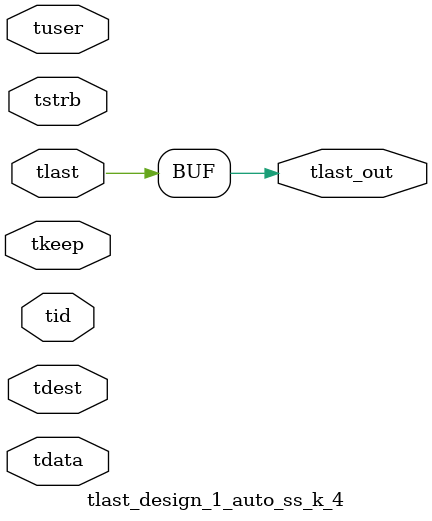
<source format=v>


`timescale 1ps/1ps

module tlast_design_1_auto_ss_k_4 #
(
parameter C_S_AXIS_TID_WIDTH   = 1,
parameter C_S_AXIS_TUSER_WIDTH = 0,
parameter C_S_AXIS_TDATA_WIDTH = 0,
parameter C_S_AXIS_TDEST_WIDTH = 0
)
(
input  [(C_S_AXIS_TID_WIDTH   == 0 ? 1 : C_S_AXIS_TID_WIDTH)-1:0       ] tid,
input  [(C_S_AXIS_TDATA_WIDTH == 0 ? 1 : C_S_AXIS_TDATA_WIDTH)-1:0     ] tdata,
input  [(C_S_AXIS_TUSER_WIDTH == 0 ? 1 : C_S_AXIS_TUSER_WIDTH)-1:0     ] tuser,
input  [(C_S_AXIS_TDEST_WIDTH == 0 ? 1 : C_S_AXIS_TDEST_WIDTH)-1:0     ] tdest,
input  [(C_S_AXIS_TDATA_WIDTH/8)-1:0 ] tkeep,
input  [(C_S_AXIS_TDATA_WIDTH/8)-1:0 ] tstrb,
input  [0:0]                                                             tlast,
output                                                                   tlast_out
);

assign tlast_out = {tlast};

endmodule


</source>
